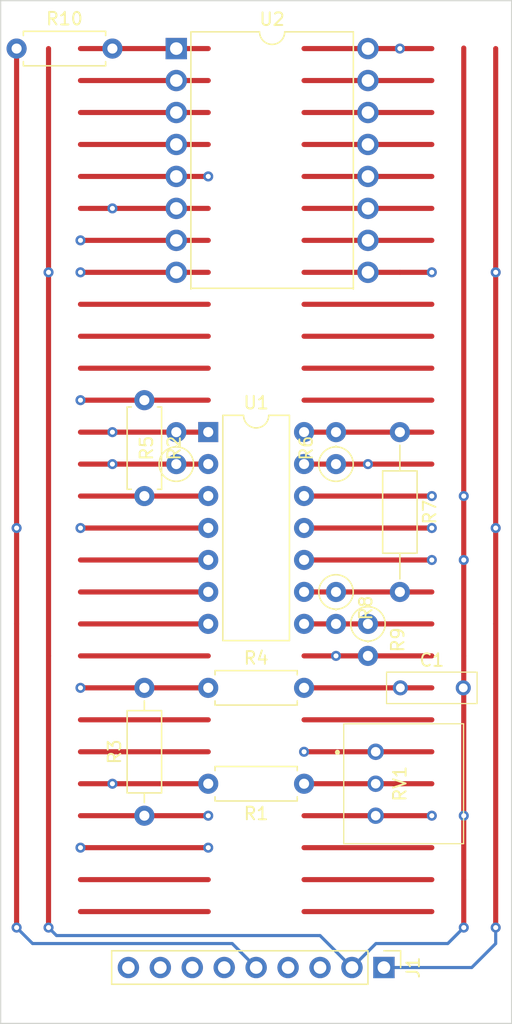
<source format=kicad_pcb>
(kicad_pcb (version 20211014) (generator pcbnew)
  (title_block (title "Eurorack ProtoModule") (date "2021-10-06") (rev "1.0") (company "Len Popp") (comment 1 "Copyright © 2021 Len Popp CC BY") (comment 2 "Layout design for my custom Eurorack breadboard prototyping module"))
  (layers (0 "F.Cu" signal) (1 "In1.Cu" jumper "Wire1.Cu") (2 "In2.Cu" jumper "Wire2.Cu") (3 "In3.Cu" jumper "Wire3.Cu") (4 "In4.Cu" jumper "Wire4.Cu") (31 "B.Cu" signal) (34 "B.Paste" user) (35 "F.Paste" user) (36 "B.SilkS" user "B.Silkscreen") (37 "F.SilkS" user "F.Silkscreen") (38 "B.Mask" user) (39 "F.Mask" user) (44 "Edge.Cuts" user))
  (net 0 "")
  (net 1 "+12V")
  (net 2 "-12V")
  (net 3 "+5V")
  (net 4 "BUS-GATE")
  (net 5 "BUS-CV")
  (net 7 "IN-OUT-1")
  (net 8 "IN-OUT-2")
  (net 9 "Net-(C1-Pad1)")
  (net 10 "Net-(R1-Pad1)")
  (net 11 "Net-(R1-Pad2)")
  (net 12 "Net-(R2-Pad2)")
  (net 13 "Net-(R3-Pad2)")
  (net 14 "Net-(R5-Pad2)")
  (net 15 "Net-(R6-Pad1)")
  (net 16 "Net-(R6-Pad2)")
  (net 17 "Net-(R7-Pad2)")
  (net 18 "Net-(R8-Pad2)")
  (net 19 "Net-(R10-Pad2)")
  (net 20 "unconnected-(U1-Pad5)")
  (net 21 "unconnected-(U1-Pad6)")
  (net 22 "unconnected-(U1-Pad7)")
  (net 23 "GND")
  (net 24 "unconnected-(U2-Pad2)")
  (net 25 "unconnected-(U2-Pad3)")
  (net 26 "unconnected-(U2-Pad4)")
  (net 27 "unconnected-(U2-Pad10)")
  (net 28 "unconnected-(U2-Pad11)")
  (net 29 "unconnected-(U2-Pad12)")
  (net 30 "unconnected-(U2-Pad13)")
  (net 31 "unconnected-(U2-Pad14)")
  (net 32 "unconnected-(U2-Pad15)")
  (footprint "Connector_PinHeader_2.54mm:PinHeader_1x09_P2.54mm_Vertical" (layer "F.Cu") (at 113.03 98.425 -90)
    (fp_text reference "J1" (at 0 -2.33 90) (layer "F.SilkS"))
    (fp_text value "Conn_01x09")
    (fp_line (start -1.33 21.65) (end 1.33 21.65) (layer "F.SilkS") (width 0.12))
    (fp_line (start -1.33 1.27) (end -1.33 21.65) (layer "F.SilkS") (width 0.12))
    (fp_line (start 1.33 1.27) (end 1.33 21.65) (layer "F.SilkS") (width 0.12))
    (fp_line (start -1.33 -1.33) (end 0 -1.33) (layer "F.SilkS") (width 0.12))
    (fp_line (start -1.33 1.27) (end 1.33 1.27) (layer "F.SilkS") (width 0.12))
    (fp_line (start -1.33 0) (end -1.33 -1.33) (layer "F.SilkS") (width 0.12))
    (pad "1" thru_hole rect locked (at 0 0 270) (size 1.7 1.7) (drill 1) (layers *.Cu *.Mask) (net 2 "-12V"))
    (pad "2" thru_hole oval locked (at 0 2.54 270) (size 1.7 1.7) (drill 1) (layers *.Cu *.Mask) (net 23 "GND"))
    (pad "3" thru_hole oval locked (at 0 5.08 270) (size 1.7 1.7) (drill 1) (layers *.Cu *.Mask) (net 8 "IN-OUT-2"))
    (pad "4" thru_hole oval locked (at 0 7.62 270) (size 1.7 1.7) (drill 1) (layers *.Cu *.Mask) (net 7 "IN-OUT-1"))
    (pad "5" thru_hole oval locked (at 0 10.16 270) (size 1.7 1.7) (drill 1) (layers *.Cu *.Mask) (net 1 "+12V"))
    (pad "6" thru_hole oval locked (at 0 12.7 270) (size 1.7 1.7) (drill 1) (layers *.Cu *.Mask))
    (pad "7" thru_hole oval locked (at 0 15.24 270) (size 1.7 1.7) (drill 1) (layers *.Cu *.Mask) (net 3 "+5V"))
    (pad "8" thru_hole oval locked (at 0 17.78 270) (size 1.7 1.7) (drill 1) (layers *.Cu *.Mask) (net 5 "BUS-CV"))
    (pad "9" thru_hole oval locked (at 0 20.32 270) (size 1.7 1.7) (drill 1) (layers *.Cu *.Mask) (net 4 "BUS-GATE"))
  )
  (footprint "-lmp-stripboard:SB_Gen_1" (layer "F.Cu") (at 109.22 68.58 -90)
    (fp_text reference "R8" (at 1.27 -2.37 90) (layer "F.SilkS"))
    (fp_text value "47K")
    (fp_line (start 1.37 0) (end 1.44 0) (layer "F.SilkS") (width 0.12))
    (fp_circle (center 0 0) (end 1.37 0) (layer "F.SilkS") (width 0.12) (fill none))
    (pad "1" thru_hole circle locked (at 0 0 270) (size 1.6 1.6) (drill 0.8) (layers *.Cu *.Mask) (net 17 "Net-(R7-Pad2)"))
    (pad "2" thru_hole oval locked (at 2.54 0 270) (size 1.6 1.6) (drill 0.8) (layers *.Cu *.Mask) (net 18 "Net-(R8-Pad2)"))
  )
  (footprint "-lmp-misc:R_Axial_DIN0207_L6.3mm_D2.5mm_P7.62mm_Horizontal" (layer "F.Cu") (at 106.68 83.82 180)
    (fp_text reference "R1" (at 3.81 -2.37) (layer "F.SilkS"))
    (fp_text value "150K")
    (fp_line (start 0.54 -1.37) (end 7.08 -1.37) (layer "F.SilkS") (width 0.12))
    (fp_line (start 0.54 -1.04) (end 0.54 -1.37) (layer "F.SilkS") (width 0.12))
    (fp_line (start 7.08 -1.37) (end 7.08 -1.04) (layer "F.SilkS") (width 0.12))
    (fp_line (start 0.54 1.37) (end 7.08 1.37) (layer "F.SilkS") (width 0.12))
    (fp_line (start 0.54 1.04) (end 0.54 1.37) (layer "F.SilkS") (width 0.12))
    (fp_line (start 7.08 1.37) (end 7.08 1.04) (layer "F.SilkS") (width 0.12))
    (pad "1" thru_hole circle locked (at 0 0 180) (size 1.6 1.6) (drill 0.8) (layers *.Cu *.Mask) (net 10 "Net-(R1-Pad1)"))
    (pad "2" thru_hole oval locked (at 7.62 0 180) (size 1.6 1.6) (drill 0.8) (layers *.Cu *.Mask) (net 11 "Net-(R1-Pad2)"))
  )
  (footprint "-lmp-misc:Potentiometer_Bourns_3310R_Top" (layer "F.Cu") (at 114.3 83.82 90)
    (fp_text reference "RV1" (at 0 0 90) (layer "F.SilkS"))
    (fp_text value "100K" hide)
    (fp_line (start -4.765 5.065) (end -4.765 -4.465) (layer "F.SilkS") (width 0.1))
    (fp_line (start 4.765 5.065) (end -4.765 5.065) (layer "F.SilkS") (width 0.1))
    (fp_line (start -4.765 -4.465) (end 4.765 -4.465) (layer "F.SilkS") (width 0.1))
    (fp_line (start 2.4 -4.965) (end 2.4 -4.965) (layer "F.SilkS") (width 0.2))
    (fp_line (start 2.6 -4.965) (end 2.6 -4.965) (layer "F.SilkS") (width 0.2))
    (fp_line (start 4.765 -4.465) (end 4.765 5.065) (layer "F.SilkS") (width 0.1))
    (fp_arc (start 2.6 -4.965) (mid 2.5 -4.865) (end 2.4 -4.965) (layer "F.SilkS") (width 0.2))
    (fp_arc (start 2.4 -4.965) (mid 2.5 -5.065) (end 2.6 -4.965) (layer "F.SilkS") (width 0.2))
    (pad "1" thru_hole circle (at 2.54 -1.925 90) (size 1.302857 1.302857) (drill 0.76) (layers *.Cu *.Mask) (net 3 "+5V"))
    (pad "2" thru_hole circle (at 0 -1.925 90) (size 1.302857 1.302857) (drill 0.76) (layers *.Cu *.Mask) (net 10 "Net-(R1-Pad1)"))
    (pad "3" thru_hole circle (at -2.54 -1.925 90) (size 1.302857 1.302857) (drill 0.76) (layers *.Cu *.Mask) (net 23 "GND"))
  )
  (footprint "-lmp-misc:R_Axial_DIN0207_L6.3mm_D2.5mm_P7.62mm_Horizontal" (layer "F.Cu") (at 83.82 25.4)
    (fp_text reference "R10" (at 3.81 -2.37) (layer "F.SilkS"))
    (fp_text value "12K")
    (fp_line (start 7.08 -1.37) (end 7.08 -1.04) (layer "F.SilkS") (width 0.12))
    (fp_line (start 7.08 1.37) (end 7.08 1.04) (layer "F.SilkS") (width 0.12))
    (fp_line (start 0.54 1.04) (end 0.54 1.37) (layer "F.SilkS") (width 0.12))
    (fp_line (start 0.54 1.37) (end 7.08 1.37) (layer "F.SilkS") (width 0.12))
    (fp_line (start 0.54 -1.37) (end 7.08 -1.37) (layer "F.SilkS") (width 0.12))
    (fp_line (start 0.54 -1.04) (end 0.54 -1.37) (layer "F.SilkS") (width 0.12))
    (pad "1" thru_hole circle locked (at 0 0) (size 1.6 1.6) (drill 0.8) (layers *.Cu *.Mask) (net 1 "+12V"))
    (pad "2" thru_hole oval locked (at 7.62 0) (size 1.6 1.6) (drill 0.8) (layers *.Cu *.Mask) (net 19 "Net-(R10-Pad2)"))
  )
  (footprint "-lmp-stripboard:SB_Gen_5" (layer "F.Cu") (at 114.3 55.88 -90)
    (fp_text reference "R7" (at 6.35 -2.37 90) (layer "F.SilkS"))
    (fp_text value "47K")
    (fp_line (start 3.08 -1.37) (end 3.08 1.37) (layer "F.SilkS") (width 0.12))
    (fp_line (start 11.66 0) (end 9.62 0) (layer "F.SilkS") (width 0.12))
    (fp_line (start 9.62 -1.37) (end 3.08 -1.37) (layer "F.SilkS") (width 0.12))
    (fp_line (start 1.04 0) (end 3.08 0) (layer "F.SilkS") (width 0.12))
    (fp_line (start 9.62 1.37) (end 9.62 -1.37) (layer "F.SilkS") (width 0.12))
    (fp_line (start 3.08 1.37) (end 9.62 1.37) (layer "F.SilkS") (width 0.12))
    (pad "1" thru_hole circle locked (at 0 0 270) (size 1.6 1.6) (drill 0.8) (layers *.Cu *.Mask) (net 16 "Net-(R6-Pad2)"))
    (pad "2" thru_hole oval locked (at 12.7 0 270) (size 1.6 1.6) (drill 0.8) (layers *.Cu *.Mask) (net 17 "Net-(R7-Pad2)"))
  )
  (footprint "-lmp-misc:R_Axial_DIN0207_L6.3mm_D2.5mm_P7.62mm_Horizontal" (layer "F.Cu") (at 99.06 76.2)
    (fp_text reference "R4" (at 3.81 -2.37) (layer "F.SilkS"))
    (fp_text value "220R")
    (fp_line (start 0.54 1.04) (end 0.54 1.37) (layer "F.SilkS") (width 0.12))
    (fp_line (start 0.54 1.37) (end 7.08 1.37) (layer "F.SilkS") (width 0.12))
    (fp_line (start 0.54 -1.04) (end 0.54 -1.37) (layer "F.SilkS") (width 0.12))
    (fp_line (start 0.54 -1.37) (end 7.08 -1.37) (layer "F.SilkS") (width 0.12))
    (fp_line (start 7.08 1.37) (end 7.08 1.04) (layer "F.SilkS") (width 0.12))
    (fp_line (start 7.08 -1.37) (end 7.08 -1.04) (layer "F.SilkS") (width 0.12))
    (pad "1" thru_hole circle locked (at 0 0) (size 1.6 1.6) (drill 0.8) (layers *.Cu *.Mask) (net 13 "Net-(R3-Pad2)"))
    (pad "2" thru_hole oval locked (at 7.62 0) (size 1.6 1.6) (drill 0.8) (layers *.Cu *.Mask) (net 9 "Net-(C1-Pad1)"))
  )
  (footprint "-lmp-misc:R_Axial_DIN0207_L6.3mm_D2.5mm_P7.62mm_Horizontal" (layer "F.Cu") (at 93.98 53.34 -90)
    (fp_text reference "R2" (at 3.81 -2.37 90) (layer "F.SilkS"))
    (fp_text value "25K5")
    (fp_line (start 0.54 -1.04) (end 0.54 -1.37) (layer "F.SilkS") (width 0.12))
    (fp_line (start 7.08 -1.37) (end 7.08 -1.04) (layer "F.SilkS") (width 0.12))
    (fp_line (start 7.08 1.37) (end 7.08 1.04) (layer "F.SilkS") (width 0.12))
    (fp_line (start 0.54 1.37) (end 7.08 1.37) (layer "F.SilkS") (width 0.12))
    (fp_line (start 0.54 1.04) (end 0.54 1.37) (layer "F.SilkS") (width 0.12))
    (fp_line (start 0.54 -1.37) (end 7.08 -1.37) (layer "F.SilkS") (width 0.12))
    (pad "1" thru_hole circle locked (at 0 0 270) (size 1.6 1.6) (drill 0.8) (layers *.Cu *.Mask) (net 3 "+5V"))
    (pad "2" thru_hole oval locked (at 7.62 0 270) (size 1.6 1.6) (drill 0.8) (layers *.Cu *.Mask) (net 12 "Net-(R2-Pad2)"))
  )
  (footprint "-lmp-stripboard:SB_Gen_1" (layer "F.Cu") (at 111.76 71.12 -90)
    (fp_text reference "R9" (at 1.27 -2.37 90) (layer "F.SilkS"))
    (fp_text value "1K")
    (fp_line (start 1.37 0) (end 1.44 0) (layer "F.SilkS") (width 0.12))
    (fp_circle (center 0 0) (end 1.37 0) (layer "F.SilkS") (width 0.12) (fill none))
    (pad "1" thru_hole circle locked (at 0 0 270) (size 1.6 1.6) (drill 0.8) (layers *.Cu *.Mask) (net 18 "Net-(R8-Pad2)"))
    (pad "2" thru_hole oval locked (at 2.54 0 270) (size 1.6 1.6) (drill 0.8) (layers *.Cu *.Mask) (net 8 "IN-OUT-2"))
  )
  (footprint "-lmp-misc:C_Rect_Kemet_L7.2mm_W2.5mm_P5mm" (layer "F.Cu") (at 114.34 76.2)
    (fp_text reference "C1" (at 2.5 -2.2) (layer "F.SilkS"))
    (fp_text value "1N2" hide)
    (fp_line (start 6.1 -1.25) (end 6.1 1.25) (layer "F.SilkS") (width 0.1))
    (fp_line (start 6.1 1.25) (end -1.1 1.25) (layer "F.SilkS") (width 0.1))
    (fp_line (start -1.1 1.25) (end -1.1 -1.25) (layer "F.SilkS") (width 0.1))
    (fp_line (start -1.1 -1.25) (end 6.1 -1.25) (layer "F.SilkS") (width 0.1))
    (pad "1" thru_hole circle locked (at 0 0) (size 1.2 1.2) (drill 0.7) (layers *.Cu *.Mask) (net 9 "Net-(C1-Pad1)"))
    (pad "2" thru_hole circle locked (at 5 0) (size 1.2 1.2) (drill 0.7) (layers *.Cu *.Mask) (net 23 "GND"))
  )
  (footprint "-lmp-stripboard:SB_Gen_1" (layer "F.Cu") (at 109.22 58.42 90)
    (fp_text reference "R6" (at 1.27 -2.37 90) (layer "F.SilkS"))
    (fp_text value "20K")
    (fp_line (start 1.37 0) (end 1.44 0) (layer "F.SilkS") (width 0.12))
    (fp_circle (center 0 0) (end 1.37 0) (layer "F.SilkS") (width 0.12) (fill none))
    (pad "1" thru_hole circle locked (at 0 0 90) (size 1.6 1.6) (drill 0.8) (layers *.Cu *.Mask) (net 15 "Net-(R6-Pad1)"))
    (pad "2" thru_hole oval locked (at 2.54 0 90) (size 1.6 1.6) (drill 0.8) (layers *.Cu *.Mask) (net 16 "Net-(R6-Pad2)"))
  )
  (footprint "-lmp-misc:R_Axial_DIN0207_L6.3mm_D2.5mm_P10.16mm_Horizontal" (layer "F.Cu") (at 93.98 86.36 90)
    (fp_text reference "R3" (at 5.08 -2.37 90) (layer "F.SilkS"))
    (fp_text value "49K9")
    (fp_line (start 1.81 -1.37) (end 1.81 1.37) (layer "F.SilkS") (width 0.12))
    (fp_line (start 1.81 1.37) (end 8.35 1.37) (layer "F.SilkS") (width 0.12))
    (fp_line (start 1.04 0) (end 1.81 0) (layer "F.SilkS") (width 0.12))
    (fp_line (start 8.35 1.37) (end 8.35 -1.37) (layer "F.SilkS") (width 0.12))
    (fp_line (start 8.35 -1.37) (end 1.81 -1.37) (layer "F.SilkS") (width 0.12))
    (fp_line (start 9.12 0) (end 8.35 0) (layer "F.SilkS") (width 0.12))
    (pad "1" thru_hole circle locked (at 0 0 90) (size 1.6 1.6) (drill 0.8) (layers *.Cu *.Mask) (net 7 "IN-OUT-1"))
    (pad "2" thru_hole oval locked (at 10.16 0 90) (size 1.6 1.6) (drill 0.8) (layers *.Cu *.Mask) (net 13 "Net-(R3-Pad2)"))
  )
  (footprint "Package_DIP:DIP-14_W7.62mm" (layer "F.Cu") (at 99.06 55.875)
    (fp_text reference "U1" (at 3.81 -2.33) (layer "F.SilkS"))
    (fp_text value "TL074")
    (fp_line (start 2.81 -1.33) (end 1.16 -1.33) (layer "F.SilkS") (width 0.12))
    (fp_line (start 1.16 16.57) (end 6.46 16.57) (layer "F.SilkS") (width 0.12))
    (fp_line (start 6.46 16.57) (end 6.46 -1.33) (layer "F.SilkS") (width 0.12))
    (fp_line (start 6.46 -1.33) (end 4.81 -1.33) (layer "F.SilkS") (width 0.12))
    (fp_line (start 1.16 -1.33) (end 1.16 16.57) (layer "F.SilkS") (width 0.12))
    (fp_arc (start 4.81 -1.33) (mid 3.81 -0.33) (end 2.81 -1.33) (layer "F.SilkS") (width 0.12))
    (pad "1" thru_hole rect locked (at 0 0) (size 1.6 1.6) (drill 0.8) (layers *.Cu *.Mask) (net 14 "Net-(R5-Pad2)"))
    (pad "2" thru_hole oval locked (at 0 2.54) (size 1.6 1.6) (drill 0.8) (layers *.Cu *.Mask) (net 11 "Net-(R1-Pad2)"))
    (pad "3" thru_hole oval locked (at 0 5.08) (size 1.6 1.6) (drill 0.8) (layers *.Cu *.Mask) (net 12 "Net-(R2-Pad2)"))
    (pad "4" thru_hole oval locked (at 0 7.62) (size 1.6 1.6) (drill 0.8) (layers *.Cu *.Mask) (net 1 "+12V"))
    (pad "5" thru_hole oval locked (at 0 10.16) (size 1.6 1.6) (drill 0.8) (layers *.Cu *.Mask) (net 20 "unconnected-(U1-Pad5)"))
    (pad "6" thru_hole oval locked (at 0 12.7) (size 1.6 1.6) (drill 0.8) (layers *.Cu *.Mask) (net 21 "unconnected-(U1-Pad6)"))
    (pad "7" thru_hole oval locked (at 0 15.24) (size 1.6 1.6) (drill 0.8) (layers *.Cu *.Mask) (net 22 "unconnected-(U1-Pad7)"))
    (pad "8" thru_hole oval locked (at 7.62 15.24) (size 1.6 1.6) (drill 0.8) (layers *.Cu *.Mask) (net 18 "Net-(R8-Pad2)"))
    (pad "9" thru_hole oval locked (at 7.62 12.7) (size 1.6 1.6) (drill 0.8) (layers *.Cu *.Mask) (net 17 "Net-(R7-Pad2)"))
    (pad "10" thru_hole oval locked (at 7.62 10.16) (size 1.6 1.6) (drill 0.8) (layers *.Cu *.Mask) (net 23 "GND"))
    (pad "11" thru_hole oval locked (at 7.62 7.62) (size 1.6 1.6) (drill 0.8) (layers *.Cu *.Mask) (net 2 "-12V"))
    (pad "12" thru_hole oval locked (at 7.62 5.08) (size 1.6 1.6) (drill 0.8) (layers *.Cu *.Mask) (net 23 "GND"))
    (pad "13" thru_hole oval locked (at 7.62 2.54) (size 1.6 1.6) (drill 0.8) (layers *.Cu *.Mask) (net 15 "Net-(R6-Pad1)"))
    (pad "14" thru_hole oval locked (at 7.62 0) (size 1.6 1.6) (drill 0.8) (layers *.Cu *.Mask) (net 16 "Net-(R6-Pad2)"))
  )
  (footprint "-lmp-stripboard:SB_Gen_1" (layer "F.Cu") (at 96.52 58.42 90)
    (fp_text reference "R5" (at 1.27 -2.37 90) (layer "F.SilkS"))
    (fp_text value "60K1")
    (fp_line (start 1.37 0) (end 1.44 0) (layer "F.SilkS") (width 0.12))
    (fp_circle (center 0 0) (end 1.37 0) (layer "F.SilkS") (width 0.12) (fill none))
    (pad "1" thru_hole circle locked (at 0 0 90) (size 1.6 1.6) (drill 0.8) (layers *.Cu *.Mask) (net 11 "Net-(R1-Pad2)"))
    (pad "2" thru_hole oval locked (at 2.54 0 90) (size 1.6 1.6) (drill 0.8) (layers *.Cu *.Mask) (net 14 "Net-(R5-Pad2)"))
  )
  (footprint "-lmp-breakout:Breakout_DIP-16_W15.24mm" (layer "F.Cu") (at 96.52 25.4)
    (fp_text reference "U2" (at 7.62 -2.33) (layer "F.SilkS"))
    (fp_text value "SSI2164")
    (fp_line (start 1.16 -1.33) (end 1.16 19.11) (layer "F.SilkS") (width 0.12))
    (fp_line (start 1.16 19.05) (end 14.08 19.05) (layer "F.SilkS") (width 0.12))
    (fp_line (start 14.08 19.11) (end 14.08 -1.33) (layer "F.SilkS") (width 0.12))
    (fp_line (start 14.08 -1.33) (end 8.62 -1.33) (layer "F.SilkS") (width 0.12))
    (fp_line (start 6.62 -1.33) (end 1.16 -1.33) (layer "F.SilkS") (width 0.12))
    (fp_arc (start 8.62 -1.33) (mid 7.62 -0.33) (end 6.62 -1.33) (layer "F.SilkS") (width 0.12))
    (pad "1" thru_hole rect (at 0 0) (size 1.7 1.7) (drill 1) (layers *.Cu *.Mask) (net 19 "Net-(R10-Pad2)"))
    (pad "2" thru_hole circle (at 0 2.54) (size 1.7 1.7) (drill 1) (layers *.Cu *.Mask) (net 24 "unconnected-(U2-Pad2)"))
    (pad "3" thru_hole circle (at 0 5.08) (size 1.7 1.7) (drill 1) (layers *.Cu *.Mask) (net 25 "unconnected-(U2-Pad3)"))
    (pad "4" thru_hole circle (at 0 7.62) (size 1.7 1.7) (drill 1) (layers *.Cu *.Mask) (net 26 "unconnected-(U2-Pad4)"))
    (pad "5" thru_hole circle (at 0 10.16) (size 1.7 1.7) (drill 1) (layers *.Cu *.Mask) (net 15 "Net-(R6-Pad1)"))
    (pad "6" thru_hole circle (at 0 12.7) (size 1.7 1.7) (drill 1) (layers *.Cu *.Mask) (net 14 "Net-(R5-Pad2)"))
    (pad "7" thru_hole circle (at 0 15.24) (size 1.7 1.7) (drill 1) (layers *.Cu *.Mask) (net 13 "Net-(R3-Pad2)"))
    (pad "8" thru_hole circle (at 0 17.78) (size 1.7 1.7) (drill 1) (layers *.Cu *.Mask) (net 23 "GND"))
    (pad "9" thru_hole circle (at 15.24 17.78) (size 1.7 1.7) (drill 1) (layers *.Cu *.Mask) (net 2 "-12V"))
    (pad "10" thru_hole circle (at 15.24 15.24) (size 1.7 1.7) (drill 1) (layers *.Cu *.Mask) (net 27 "unconnected-(U2-Pad10)"))
    (pad "11" thru_hole circle (at 15.24 12.7) (size 1.7 1.7) (drill 1) (layers *.Cu *.Mask) (net 28 "unconnected-(U2-Pad11)"))
    (pad "12" thru_hole circle (at 15.24 10.16) (size 1.7 1.7) (drill 1) (layers *.Cu *.Mask) (net 29 "unconnected-(U2-Pad12)"))
    (pad "13" thru_hole circle (at 15.24 7.62) (size 1.7 1.7) (drill 1) (layers *.Cu *.Mask) (net 30 "unconnected-(U2-Pad13)"))
    (pad "14" thru_hole circle (at 15.24 5.08) (size 1.7 1.7) (drill 1) (layers *.Cu *.Mask) (net 31 "unconnected-(U2-Pad14)"))
    (pad "15" thru_hole circle (at 15.24 2.54) (size 1.7 1.7) (drill 1) (layers *.Cu *.Mask) (net 32 "unconnected-(U2-Pad15)"))
    (pad "16" thru_hole circle (at 15.24 0) (size 1.7 1.7) (drill 1) (layers *.Cu *.Mask) (net 1 "+12V"))
  )
  (gr_line (start 123.19 102.87) (end 82.55 102.87) (layer "Edge.Cuts") (width 0.1))
  (gr_line (start 123.19 21.59) (end 123.19 102.87) (layer "Edge.Cuts") (width 0.1))
  (gr_line (start 82.55 102.87) (end 82.55 21.59) (layer "Edge.Cuts") (width 0.1))
  (gr_line (start 82.55 21.59) (end 123.19 21.59) (layer "Edge.Cuts") (width 0.1))
  (segment (start 99.06 73.66) (end 88.9 73.66) (width 0.4064) (layer "F.Cu") (net 0))
  (segment (start 99.06 48.26) (end 88.9 48.26) (width 0.4064) (layer "F.Cu") (net 0))
  (segment (start 99.06 81.28) (end 88.9 81.28) (width 0.4064) (layer "F.Cu") (net 0))
  (segment (start 99.06 91.44) (end 88.9 91.44) (width 0.4064) (layer "F.Cu") (net 0))
  (segment (start 99.06 50.8) (end 88.9 50.8) (width 0.4064) (layer "F.Cu") (net 0))
  (segment (start 99.06 45.72) (end 88.9 45.72) (width 0.4064) (layer "F.Cu") (net 0))
  (segment (start 99.06 78.74) (end 88.9 78.74) (width 0.4064) (layer "F.Cu") (net 0))
  (segment (start 99.06 93.98) (end 88.9 93.98) (width 0.4064) (layer "F.Cu") (net 0))
  (segment (start 116.84 48.26) (end 106.68 48.26) (width 0.4064) (layer "F.Cu") (net 0))
  (segment (start 116.84 88.9) (end 106.68 88.9) (width 0.4064) (layer "F.Cu") (net 0))
  (segment (start 116.84 91.44) (end 106.68 91.44) (width 0.4064) (layer "F.Cu") (net 0))
  (segment (start 116.84 93.98) (end 106.68 93.98) (width 0.4064) (layer "F.Cu") (net 0))
  (segment (start 116.84 53.34) (end 106.68 53.34) (width 0.4064) (layer "F.Cu") (net 0))
  (segment (start 116.84 78.74) (end 106.68 78.74) (width 0.4064) (layer "F.Cu") (net 0))
  (segment (start 116.84 50.8) (end 106.68 50.8) (width 0.4064) (layer "F.Cu") (net 0))
  (segment (start 116.84 45.72) (end 106.68 45.72) (width 0.4064) (layer "F.Cu") (net 0))
  (segment (start 83.82 25.4) (end 83.82 63.5) (width 0.4064) (layer "F.Cu") (net 1))
  (segment (start 99.06 63.5) (end 88.9 63.5) (width 0.4064) (layer "F.Cu") (net 1))
  (segment (start 116.84 25.4) (end 114.3 25.4) (width 0.4064) (layer "F.Cu") (net 1))
  (segment (start 83.82 95.25) (end 83.82 95.25) (width 0.4064) (layer "F.Cu") (net 1))
  (segment (start 83.82 71.12) (end 83.82 95.25) (width 0.4064) (layer "F.Cu") (net 1))
  (segment (start 83.82 63.5) (end 83.82 71.12) (width 0.4064) (layer "F.Cu") (net 1))
  (segment (start 114.3 25.4) (end 106.68 25.4) (width 0.4064) (layer "F.Cu") (net 1))
  (via (at 83.82 95.25) (size 0.8) (drill 0.4) (layers "F.Cu" "B.Cu") (net 1))
  (via (at 88.9 63.5) (size 0.8) (drill 0.4) (layers "F.Cu" "B.Cu") (net 1))
  (via (at 83.82 63.5) (size 0.8) (drill 0.4) (layers "F.Cu" "B.Cu") (net 1))
  (via (at 114.3 25.4) (size 0.8) (drill 0.4) (layers "F.Cu" "B.Cu") (net 1))
  (segment (start 102.87 98.425) (end 100.965 96.52) (width 0.25) (layer "B.Cu") (net 1))
  (segment (start 85.09 96.52) (end 84.219999 95.649999) (width 0.25) (layer "B.Cu") (net 1))
  (segment (start 100.965 96.52) (end 85.09 96.52) (width 0.25) (layer "B.Cu") (net 1))
  (segment (start 84.219999 95.649999) (end 83.82 95.25) (width 0.25) (layer "B.Cu") (net 1))
  (segment (start 121.92 25.4) (end 121.92 43.18) (width 0.4064) (layer "F.Cu") (net 2))
  (segment (start 116.84 43.18) (end 114.3 43.18) (width 0.4064) (layer "F.Cu") (net 2))
  (segment (start 116.84 63.5) (end 106.68 63.5) (width 0.4064) (layer "F.Cu") (net 2))
  (segment (start 121.92 95.25) (end 121.92 95.25) (width 0.4064) (layer "F.Cu") (net 2))
  (segment (start 121.92 71.12) (end 121.92 95.25) (width 0.4064) (layer "F.Cu") (net 2))
  (segment (start 121.92 63.5) (end 121.92 71.12) (width 0.4064) (layer "F.Cu") (net 2))
  (segment (start 114.3 43.18) (end 106.68 43.18) (width 0.4064) (layer "F.Cu") (net 2))
  (segment (start 121.92 43.18) (end 121.92 63.5) (width 0.4064) (layer "F.Cu") (net 2))
  (via (at 116.84 43.18) (size 0.8) (drill 0.4) (layers "F.Cu" "B.Cu") (net 2))
  (via (at 121.92 95.25) (size 0.8) (drill 0.4) (layers "F.Cu" "B.Cu") (net 2))
  (via (at 116.84 63.5) (size 0.8) (drill 0.4) (layers "F.Cu" "B.Cu") (net 2))
  (via (at 121.92 43.18) (size 0.8) (drill 0.4) (layers "F.Cu" "B.Cu") (net 2))
  (via (at 121.92 63.5) (size 0.8) (drill 0.4) (layers "F.Cu" "B.Cu") (net 2))
  (segment (start 121.92 95.25) (end 121.92 96.52) (width 0.25) (layer "B.Cu") (net 2))
  (segment (start 120.015 98.425) (end 113.03 98.425) (width 0.25) (layer "B.Cu") (net 2))
  (segment (start 121.92 96.52) (end 120.015 98.425) (width 0.25) (layer "B.Cu") (net 2))
  (segment (start 99.06 53.34) (end 88.9 53.34) (width 0.4064) (layer "F.Cu") (net 3))
  (segment (start 99.06 88.9) (end 88.9 88.9) (width 0.4064) (layer "F.Cu") (net 3))
  (segment (start 116.84 81.28) (end 106.68 81.28) (width 0.4064) (layer "F.Cu") (net 3))
  (via (at 106.68 81.28) (size 0.8) (drill 0.4) (layers "F.Cu" "B.Cu") (net 3))
  (via (at 88.9 88.9) (size 0.8) (drill 0.4) (layers "F.Cu" "B.Cu") (net 3))
  (via (at 88.9 53.34) (size 0.8) (drill 0.4) (layers "F.Cu" "B.Cu") (net 3))
  (via (at 99.06 88.9) (size 0.8) (drill 0.4) (layers "F.Cu" "B.Cu") (net 3))
  (segment (start 99.06 86.36) (end 88.9 86.36) (width 0.4064) (layer "F.Cu") (net 7))
  (via (at 99.06 86.36) (size 0.8) (drill 0.4) (layers "F.Cu" "B.Cu") (net 7))
  (segment (start 109.22 73.66) (end 106.68 73.66) (width 0.4064) (layer "F.Cu") (net 8))
  (segment (start 116.84 73.66) (end 109.22 73.66) (width 0.4064) (layer "F.Cu") (net 8))
  (via (at 109.22 73.66) (size 0.8) (drill 0.4) (layers "F.Cu" "B.Cu") (net 8))
  (segment (start 116.84 76.2) (end 106.68 76.2) (width 0.4064) (layer "F.Cu") (net 9))
  (segment (start 116.84 83.82) (end 106.68 83.82) (width 0.4064) (layer "F.Cu") (net 10))
  (segment (start 99.06 83.82) (end 91.44 83.82) (width 0.4064) (layer "F.Cu") (net 11))
  (segment (start 99.06 58.42) (end 88.9 58.42) (width 0.4064) (layer "F.Cu") (net 11))
  (segment (start 91.44 83.82) (end 88.9 83.82) (width 0.4064) (layer "F.Cu") (net 11))
  (via (at 91.44 58.42) (size 0.8) (drill 0.4) (layers "F.Cu" "B.Cu") (net 11))
  (via (at 91.44 83.82) (size 0.8) (drill 0.4) (layers "F.Cu" "B.Cu") (net 11))
  (segment (start 99.06 60.96) (end 88.9 60.96) (width 0.4064) (layer "F.Cu") (net 12))
  (segment (start 99.06 40.64) (end 88.9 40.64) (width 0.4064) (layer "F.Cu") (net 13))
  (segment (start 99.06 76.2) (end 88.9 76.2) (width 0.4064) (layer "F.Cu") (net 13))
  (via (at 88.9 40.64) (size 0.8) (drill 0.4) (layers "F.Cu" "B.Cu") (net 13))
  (via (at 88.9 76.2) (size 0.8) (drill 0.4) (layers "F.Cu" "B.Cu") (net 13))
  (segment (start 99.06 38.1) (end 91.44 38.1) (width 0.4064) (layer "F.Cu") (net 14))
  (segment (start 99.06 55.88) (end 91.44 55.88) (width 0.4064) (layer "F.Cu") (net 14))
  (segment (start 91.44 38.1) (end 88.9 38.1) (width 0.4064) (layer "F.Cu") (net 14))
  (segment (start 91.44 55.88) (end 88.9 55.88) (width 0.4064) (layer "F.Cu") (net 14))
  (via (at 91.44 38.1) (size 0.8) (drill 0.4) (layers "F.Cu" "B.Cu") (net 14))
  (via (at 91.44 55.88) (size 0.8) (drill 0.4) (layers "F.Cu" "B.Cu") (net 14))
  (segment (start 99.06 35.56) (end 88.9 35.56) (width 0.4064) (layer "F.Cu") (net 15))
  (segment (start 116.84 58.42) (end 111.76 58.42) (width 0.4064) (layer "F.Cu") (net 15))
  (segment (start 111.76 58.42) (end 106.68 58.42) (width 0.4064) (layer "F.Cu") (net 15))
  (via (at 111.76 58.42) (size 0.8) (drill 0.4) (layers "F.Cu" "B.Cu") (net 15))
  (via (at 99.06 35.56) (size 0.8) (drill 0.4) (layers "F.Cu" "B.Cu") (net 15))
  (segment (start 116.84 55.88) (end 106.68 55.88) (width 0.4064) (layer "F.Cu") (net 16))
  (segment (start 116.84 68.58) (end 106.68 68.58) (width 0.4064) (layer "F.Cu") (net 17))
  (segment (start 116.84 71.12) (end 106.68 71.12) (width 0.4064) (layer "F.Cu") (net 18))
  (segment (start 99.06 25.4) (end 88.9 25.4) (width 0.4064) (layer "F.Cu") (net 19))
  (segment (start 99.06 66.04) (end 88.9 66.04) (width 0.4064) (layer "F.Cu") (net 20))
  (segment (start 99.06 68.58) (end 88.9 68.58) (width 0.4064) (layer "F.Cu") (net 21))
  (segment (start 99.06 71.12) (end 88.9 71.12) (width 0.4064) (layer "F.Cu") (net 22))
  (segment (start 86.36 25.4) (end 86.36 73.66) (width 0.4064) (layer "F.Cu") (net 23))
  (segment (start 99.06 43.18) (end 88.9 43.18) (width 0.4064) (layer "F.Cu") (net 23))
  (segment (start 116.84 60.96) (end 106.68 60.96) (width 0.4064) (layer "F.Cu") (net 23))
  (segment (start 119.38 25.36) (end 119.38 60.96) (width 0.4064) (layer "F.Cu") (net 23))
  (segment (start 116.84 66.04) (end 106.68 66.04) (width 0.4064) (layer "F.Cu") (net 23))
  (segment (start 116.84 86.36) (end 106.68 86.36) (width 0.4064) (layer "F.Cu") (net 23))
  (segment (start 119.38 95.25) (end 119.38 95.25) (width 0.4064) (layer "F.Cu") (net 23))
  (segment (start 86.36 95.25) (end 86.36 95.25) (width 0.4064) (layer "F.Cu") (net 23))
  (segment (start 86.36 73.66) (end 86.36 95.25) (width 0.4064) (layer "F.Cu") (net 23))
  (segment (start 119.38 86.36) (end 119.38 91.44) (width 0.4064) (layer "F.Cu") (net 23))
  (segment (start 119.38 73.66) (end 119.38 86.36) (width 0.4064) (layer "F.Cu") (net 23))
  (segment (start 119.38 60.96) (end 119.38 66.04) (width 0.4064) (layer "F.Cu") (net 23))
  (segment (start 119.38 91.44) (end 119.38 95.25) (width 0.4064) (layer "F.Cu") (net 23))
  (segment (start 119.38 66.04) (end 119.38 73.66) (width 0.4064) (layer "F.Cu") (net 23))
  (via (at 119.38 95.25) (size 0.8) (drill 0.4) (layers "F.Cu" "B.Cu") (net 23))
  (via (at 88.9 43.18) (size 0.8) (drill 0.4) (layers "F.Cu" "B.Cu") (net 23))
  (via (at 116.84 86.36) (size 0.8) (drill 0.4) (layers "F.Cu" "B.Cu") (net 23))
  (via (at 86.36 43.18) (size 0.8) (drill 0.4) (layers "F.Cu" "B.Cu") (net 23))
  (via (at 119.38 86.36) (size 0.8) (drill 0.4) (layers "F.Cu" "B.Cu") (net 23))
  (via (at 86.36 95.25) (size 0.8) (drill 0.4) (layers "F.Cu" "B.Cu") (net 23))
  (via (at 119.38 60.96) (size 0.8) (drill 0.4) (layers "F.Cu" "B.Cu") (net 23))
  (via (at 116.84 60.96) (size 0.8) (drill 0.4) (layers "F.Cu" "B.Cu") (net 23))
  (via (at 116.84 66.04) (size 0.8) (drill 0.4) (layers "F.Cu" "B.Cu") (net 23))
  (via (at 119.38 66.04) (size 0.8) (drill 0.4) (layers "F.Cu" "B.Cu") (net 23))
  (segment (start 86.36 95.25) (end 86.995 95.885) (width 0.25) (layer "B.Cu") (net 23))
  (segment (start 107.95 95.885) (end 110.49 98.425) (width 0.25) (layer "B.Cu") (net 23))
  (segment (start 112.395 96.52) (end 110.49 98.425) (width 0.25) (layer "B.Cu") (net 23))
  (segment (start 119.38 95.25) (end 118.11 96.52) (width 0.25) (layer "B.Cu") (net 23))
  (segment (start 118.11 96.52) (end 112.395 96.52) (width 0.25) (layer "B.Cu") (net 23))
  (segment (start 86.995 95.885) (end 107.95 95.885) (width 0.25) (layer "B.Cu") (net 23))
  (segment (start 99.06 27.94) (end 88.9 27.94) (width 0.4064) (layer "F.Cu") (net 24))
  (segment (start 99.06 30.48) (end 88.9 30.48) (width 0.4064) (layer "F.Cu") (net 25))
  (segment (start 99.06 33.02) (end 88.9 33.02) (width 0.4064) (layer "F.Cu") (net 26))
  (segment (start 116.84 40.64) (end 106.68 40.64) (width 0.4064) (layer "F.Cu") (net 27))
  (segment (start 116.84 38.1) (end 106.68 38.1) (width 0.4064) (layer "F.Cu") (net 28))
  (segment (start 116.84 35.56) (end 106.68 35.56) (width 0.4064) (layer "F.Cu") (net 29))
  (segment (start 116.84 33.02) (end 106.68 33.02) (width 0.4064) (layer "F.Cu") (net 30))
  (segment (start 116.84 30.48) (end 106.68 30.48) (width 0.4064) (layer "F.Cu") (net 31))
  (segment (start 116.84 27.94) (end 106.68 27.94) (width 0.4064) (layer "F.Cu") (net 32))
)
</source>
